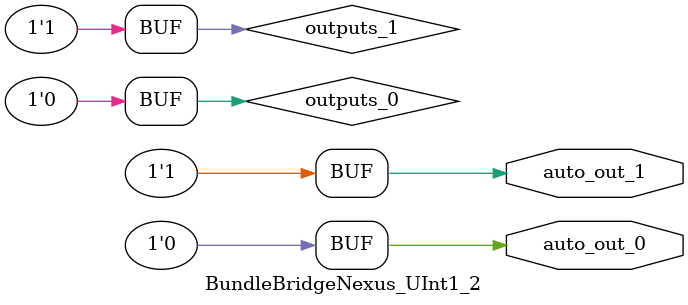
<source format=sv>
module BundleBridgeNexus_UInt1_2(	// @[generators/diplomacy/diplomacy/src/diplomacy/bundlebridge/BundleBridgeNexus.scala:20:9]
  output auto_out_1,	// @[generators/diplomacy/diplomacy/src/diplomacy/lazymodule/LazyModuleImp.scala:106:25]
  output auto_out_0	// @[generators/diplomacy/diplomacy/src/diplomacy/lazymodule/LazyModuleImp.scala:106:25]
);

  wire outputs_0 = 1'h0;	// @[generators/rocket-chip/src/main/scala/subsystem/HasTiles.scala:78:32]
  wire outputs_1 = 1'h1;	// @[generators/rocket-chip/src/main/scala/subsystem/HasTiles.scala:78:32]
  assign auto_out_1 = outputs_1;	// @[generators/diplomacy/diplomacy/src/diplomacy/bundlebridge/BundleBridgeNexus.scala:20:9, generators/rocket-chip/src/main/scala/subsystem/HasTiles.scala:78:32]
  assign auto_out_0 = outputs_0;	// @[generators/diplomacy/diplomacy/src/diplomacy/bundlebridge/BundleBridgeNexus.scala:20:9, generators/rocket-chip/src/main/scala/subsystem/HasTiles.scala:78:32]
endmodule


</source>
